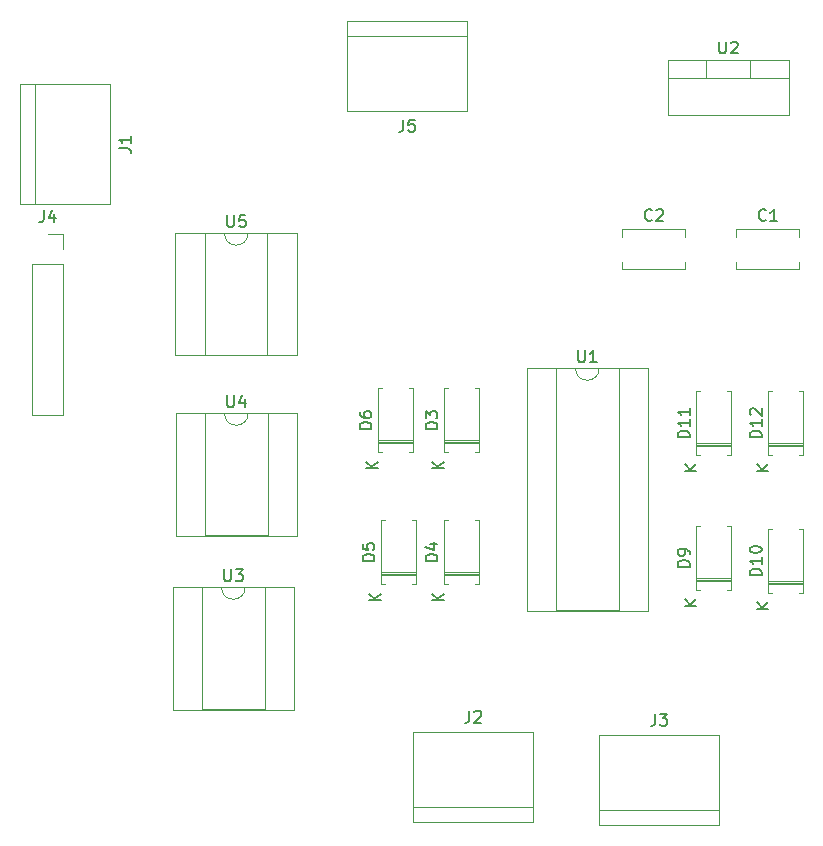
<source format=gbr>
%TF.GenerationSoftware,KiCad,Pcbnew,7.0.2*%
%TF.CreationDate,2023-10-11T17:53:06-05:00*%
%TF.ProjectId,motor_driver,6d6f746f-725f-4647-9269-7665722e6b69,rev?*%
%TF.SameCoordinates,Original*%
%TF.FileFunction,Legend,Top*%
%TF.FilePolarity,Positive*%
%FSLAX46Y46*%
G04 Gerber Fmt 4.6, Leading zero omitted, Abs format (unit mm)*
G04 Created by KiCad (PCBNEW 7.0.2) date 2023-10-11 17:53:06*
%MOMM*%
%LPD*%
G01*
G04 APERTURE LIST*
%ADD10C,0.150000*%
%ADD11C,0.120000*%
G04 APERTURE END LIST*
D10*
%TO.C,U5*%
X93716095Y-55542619D02*
X93716095Y-56352142D01*
X93716095Y-56352142D02*
X93763714Y-56447380D01*
X93763714Y-56447380D02*
X93811333Y-56495000D01*
X93811333Y-56495000D02*
X93906571Y-56542619D01*
X93906571Y-56542619D02*
X94097047Y-56542619D01*
X94097047Y-56542619D02*
X94192285Y-56495000D01*
X94192285Y-56495000D02*
X94239904Y-56447380D01*
X94239904Y-56447380D02*
X94287523Y-56352142D01*
X94287523Y-56352142D02*
X94287523Y-55542619D01*
X95239904Y-55542619D02*
X94763714Y-55542619D01*
X94763714Y-55542619D02*
X94716095Y-56018809D01*
X94716095Y-56018809D02*
X94763714Y-55971190D01*
X94763714Y-55971190D02*
X94858952Y-55923571D01*
X94858952Y-55923571D02*
X95097047Y-55923571D01*
X95097047Y-55923571D02*
X95192285Y-55971190D01*
X95192285Y-55971190D02*
X95239904Y-56018809D01*
X95239904Y-56018809D02*
X95287523Y-56114047D01*
X95287523Y-56114047D02*
X95287523Y-56352142D01*
X95287523Y-56352142D02*
X95239904Y-56447380D01*
X95239904Y-56447380D02*
X95192285Y-56495000D01*
X95192285Y-56495000D02*
X95097047Y-56542619D01*
X95097047Y-56542619D02*
X94858952Y-56542619D01*
X94858952Y-56542619D02*
X94763714Y-56495000D01*
X94763714Y-56495000D02*
X94716095Y-56447380D01*
%TO.C,U4*%
X93726095Y-70792619D02*
X93726095Y-71602142D01*
X93726095Y-71602142D02*
X93773714Y-71697380D01*
X93773714Y-71697380D02*
X93821333Y-71745000D01*
X93821333Y-71745000D02*
X93916571Y-71792619D01*
X93916571Y-71792619D02*
X94107047Y-71792619D01*
X94107047Y-71792619D02*
X94202285Y-71745000D01*
X94202285Y-71745000D02*
X94249904Y-71697380D01*
X94249904Y-71697380D02*
X94297523Y-71602142D01*
X94297523Y-71602142D02*
X94297523Y-70792619D01*
X95202285Y-71125952D02*
X95202285Y-71792619D01*
X94964190Y-70745000D02*
X94726095Y-71459285D01*
X94726095Y-71459285D02*
X95345142Y-71459285D01*
%TO.C,U3*%
X93472095Y-85524619D02*
X93472095Y-86334142D01*
X93472095Y-86334142D02*
X93519714Y-86429380D01*
X93519714Y-86429380D02*
X93567333Y-86477000D01*
X93567333Y-86477000D02*
X93662571Y-86524619D01*
X93662571Y-86524619D02*
X93853047Y-86524619D01*
X93853047Y-86524619D02*
X93948285Y-86477000D01*
X93948285Y-86477000D02*
X93995904Y-86429380D01*
X93995904Y-86429380D02*
X94043523Y-86334142D01*
X94043523Y-86334142D02*
X94043523Y-85524619D01*
X94424476Y-85524619D02*
X95043523Y-85524619D01*
X95043523Y-85524619D02*
X94710190Y-85905571D01*
X94710190Y-85905571D02*
X94853047Y-85905571D01*
X94853047Y-85905571D02*
X94948285Y-85953190D01*
X94948285Y-85953190D02*
X94995904Y-86000809D01*
X94995904Y-86000809D02*
X95043523Y-86096047D01*
X95043523Y-86096047D02*
X95043523Y-86334142D01*
X95043523Y-86334142D02*
X94995904Y-86429380D01*
X94995904Y-86429380D02*
X94948285Y-86477000D01*
X94948285Y-86477000D02*
X94853047Y-86524619D01*
X94853047Y-86524619D02*
X94567333Y-86524619D01*
X94567333Y-86524619D02*
X94472095Y-86477000D01*
X94472095Y-86477000D02*
X94424476Y-86429380D01*
%TO.C,U2*%
X135382095Y-40841619D02*
X135382095Y-41651142D01*
X135382095Y-41651142D02*
X135429714Y-41746380D01*
X135429714Y-41746380D02*
X135477333Y-41794000D01*
X135477333Y-41794000D02*
X135572571Y-41841619D01*
X135572571Y-41841619D02*
X135763047Y-41841619D01*
X135763047Y-41841619D02*
X135858285Y-41794000D01*
X135858285Y-41794000D02*
X135905904Y-41746380D01*
X135905904Y-41746380D02*
X135953523Y-41651142D01*
X135953523Y-41651142D02*
X135953523Y-40841619D01*
X136382095Y-40936857D02*
X136429714Y-40889238D01*
X136429714Y-40889238D02*
X136524952Y-40841619D01*
X136524952Y-40841619D02*
X136763047Y-40841619D01*
X136763047Y-40841619D02*
X136858285Y-40889238D01*
X136858285Y-40889238D02*
X136905904Y-40936857D01*
X136905904Y-40936857D02*
X136953523Y-41032095D01*
X136953523Y-41032095D02*
X136953523Y-41127333D01*
X136953523Y-41127333D02*
X136905904Y-41270190D01*
X136905904Y-41270190D02*
X136334476Y-41841619D01*
X136334476Y-41841619D02*
X136953523Y-41841619D01*
%TO.C,U1*%
X123444095Y-66982619D02*
X123444095Y-67792142D01*
X123444095Y-67792142D02*
X123491714Y-67887380D01*
X123491714Y-67887380D02*
X123539333Y-67935000D01*
X123539333Y-67935000D02*
X123634571Y-67982619D01*
X123634571Y-67982619D02*
X123825047Y-67982619D01*
X123825047Y-67982619D02*
X123920285Y-67935000D01*
X123920285Y-67935000D02*
X123967904Y-67887380D01*
X123967904Y-67887380D02*
X124015523Y-67792142D01*
X124015523Y-67792142D02*
X124015523Y-66982619D01*
X125015523Y-67982619D02*
X124444095Y-67982619D01*
X124729809Y-67982619D02*
X124729809Y-66982619D01*
X124729809Y-66982619D02*
X124634571Y-67125476D01*
X124634571Y-67125476D02*
X124539333Y-67220714D01*
X124539333Y-67220714D02*
X124444095Y-67268333D01*
%TO.C,J5*%
X108632666Y-47468619D02*
X108632666Y-48182904D01*
X108632666Y-48182904D02*
X108585047Y-48325761D01*
X108585047Y-48325761D02*
X108489809Y-48421000D01*
X108489809Y-48421000D02*
X108346952Y-48468619D01*
X108346952Y-48468619D02*
X108251714Y-48468619D01*
X109585047Y-47468619D02*
X109108857Y-47468619D01*
X109108857Y-47468619D02*
X109061238Y-47944809D01*
X109061238Y-47944809D02*
X109108857Y-47897190D01*
X109108857Y-47897190D02*
X109204095Y-47849571D01*
X109204095Y-47849571D02*
X109442190Y-47849571D01*
X109442190Y-47849571D02*
X109537428Y-47897190D01*
X109537428Y-47897190D02*
X109585047Y-47944809D01*
X109585047Y-47944809D02*
X109632666Y-48040047D01*
X109632666Y-48040047D02*
X109632666Y-48278142D01*
X109632666Y-48278142D02*
X109585047Y-48373380D01*
X109585047Y-48373380D02*
X109537428Y-48421000D01*
X109537428Y-48421000D02*
X109442190Y-48468619D01*
X109442190Y-48468619D02*
X109204095Y-48468619D01*
X109204095Y-48468619D02*
X109108857Y-48421000D01*
X109108857Y-48421000D02*
X109061238Y-48373380D01*
%TO.C,J4*%
X78177666Y-55137619D02*
X78177666Y-55851904D01*
X78177666Y-55851904D02*
X78130047Y-55994761D01*
X78130047Y-55994761D02*
X78034809Y-56090000D01*
X78034809Y-56090000D02*
X77891952Y-56137619D01*
X77891952Y-56137619D02*
X77796714Y-56137619D01*
X79082428Y-55470952D02*
X79082428Y-56137619D01*
X78844333Y-55090000D02*
X78606238Y-55804285D01*
X78606238Y-55804285D02*
X79225285Y-55804285D01*
%TO.C,J3*%
X129968666Y-97760619D02*
X129968666Y-98474904D01*
X129968666Y-98474904D02*
X129921047Y-98617761D01*
X129921047Y-98617761D02*
X129825809Y-98713000D01*
X129825809Y-98713000D02*
X129682952Y-98760619D01*
X129682952Y-98760619D02*
X129587714Y-98760619D01*
X130349619Y-97760619D02*
X130968666Y-97760619D01*
X130968666Y-97760619D02*
X130635333Y-98141571D01*
X130635333Y-98141571D02*
X130778190Y-98141571D01*
X130778190Y-98141571D02*
X130873428Y-98189190D01*
X130873428Y-98189190D02*
X130921047Y-98236809D01*
X130921047Y-98236809D02*
X130968666Y-98332047D01*
X130968666Y-98332047D02*
X130968666Y-98570142D01*
X130968666Y-98570142D02*
X130921047Y-98665380D01*
X130921047Y-98665380D02*
X130873428Y-98713000D01*
X130873428Y-98713000D02*
X130778190Y-98760619D01*
X130778190Y-98760619D02*
X130492476Y-98760619D01*
X130492476Y-98760619D02*
X130397238Y-98713000D01*
X130397238Y-98713000D02*
X130349619Y-98665380D01*
%TO.C,J2*%
X114220666Y-97506619D02*
X114220666Y-98220904D01*
X114220666Y-98220904D02*
X114173047Y-98363761D01*
X114173047Y-98363761D02*
X114077809Y-98459000D01*
X114077809Y-98459000D02*
X113934952Y-98506619D01*
X113934952Y-98506619D02*
X113839714Y-98506619D01*
X114649238Y-97601857D02*
X114696857Y-97554238D01*
X114696857Y-97554238D02*
X114792095Y-97506619D01*
X114792095Y-97506619D02*
X115030190Y-97506619D01*
X115030190Y-97506619D02*
X115125428Y-97554238D01*
X115125428Y-97554238D02*
X115173047Y-97601857D01*
X115173047Y-97601857D02*
X115220666Y-97697095D01*
X115220666Y-97697095D02*
X115220666Y-97792333D01*
X115220666Y-97792333D02*
X115173047Y-97935190D01*
X115173047Y-97935190D02*
X114601619Y-98506619D01*
X114601619Y-98506619D02*
X115220666Y-98506619D01*
%TO.C,J1*%
X84552619Y-49863333D02*
X85266904Y-49863333D01*
X85266904Y-49863333D02*
X85409761Y-49910952D01*
X85409761Y-49910952D02*
X85505000Y-50006190D01*
X85505000Y-50006190D02*
X85552619Y-50149047D01*
X85552619Y-50149047D02*
X85552619Y-50244285D01*
X85552619Y-48863333D02*
X85552619Y-49434761D01*
X85552619Y-49149047D02*
X84552619Y-49149047D01*
X84552619Y-49149047D02*
X84695476Y-49244285D01*
X84695476Y-49244285D02*
X84790714Y-49339523D01*
X84790714Y-49339523D02*
X84838333Y-49434761D01*
%TO.C,D12*%
X138962619Y-74366285D02*
X137962619Y-74366285D01*
X137962619Y-74366285D02*
X137962619Y-74128190D01*
X137962619Y-74128190D02*
X138010238Y-73985333D01*
X138010238Y-73985333D02*
X138105476Y-73890095D01*
X138105476Y-73890095D02*
X138200714Y-73842476D01*
X138200714Y-73842476D02*
X138391190Y-73794857D01*
X138391190Y-73794857D02*
X138534047Y-73794857D01*
X138534047Y-73794857D02*
X138724523Y-73842476D01*
X138724523Y-73842476D02*
X138819761Y-73890095D01*
X138819761Y-73890095D02*
X138915000Y-73985333D01*
X138915000Y-73985333D02*
X138962619Y-74128190D01*
X138962619Y-74128190D02*
X138962619Y-74366285D01*
X138962619Y-72842476D02*
X138962619Y-73413904D01*
X138962619Y-73128190D02*
X137962619Y-73128190D01*
X137962619Y-73128190D02*
X138105476Y-73223428D01*
X138105476Y-73223428D02*
X138200714Y-73318666D01*
X138200714Y-73318666D02*
X138248333Y-73413904D01*
X138057857Y-72461523D02*
X138010238Y-72413904D01*
X138010238Y-72413904D02*
X137962619Y-72318666D01*
X137962619Y-72318666D02*
X137962619Y-72080571D01*
X137962619Y-72080571D02*
X138010238Y-71985333D01*
X138010238Y-71985333D02*
X138057857Y-71937714D01*
X138057857Y-71937714D02*
X138153095Y-71890095D01*
X138153095Y-71890095D02*
X138248333Y-71890095D01*
X138248333Y-71890095D02*
X138391190Y-71937714D01*
X138391190Y-71937714D02*
X138962619Y-72509142D01*
X138962619Y-72509142D02*
X138962619Y-71890095D01*
X139532619Y-77223904D02*
X138532619Y-77223904D01*
X139532619Y-76652476D02*
X138961190Y-77081047D01*
X138532619Y-76652476D02*
X139104047Y-77223904D01*
%TO.C,D11*%
X132866619Y-74366285D02*
X131866619Y-74366285D01*
X131866619Y-74366285D02*
X131866619Y-74128190D01*
X131866619Y-74128190D02*
X131914238Y-73985333D01*
X131914238Y-73985333D02*
X132009476Y-73890095D01*
X132009476Y-73890095D02*
X132104714Y-73842476D01*
X132104714Y-73842476D02*
X132295190Y-73794857D01*
X132295190Y-73794857D02*
X132438047Y-73794857D01*
X132438047Y-73794857D02*
X132628523Y-73842476D01*
X132628523Y-73842476D02*
X132723761Y-73890095D01*
X132723761Y-73890095D02*
X132819000Y-73985333D01*
X132819000Y-73985333D02*
X132866619Y-74128190D01*
X132866619Y-74128190D02*
X132866619Y-74366285D01*
X132866619Y-72842476D02*
X132866619Y-73413904D01*
X132866619Y-73128190D02*
X131866619Y-73128190D01*
X131866619Y-73128190D02*
X132009476Y-73223428D01*
X132009476Y-73223428D02*
X132104714Y-73318666D01*
X132104714Y-73318666D02*
X132152333Y-73413904D01*
X132866619Y-71890095D02*
X132866619Y-72461523D01*
X132866619Y-72175809D02*
X131866619Y-72175809D01*
X131866619Y-72175809D02*
X132009476Y-72271047D01*
X132009476Y-72271047D02*
X132104714Y-72366285D01*
X132104714Y-72366285D02*
X132152333Y-72461523D01*
X133436619Y-77223904D02*
X132436619Y-77223904D01*
X133436619Y-76652476D02*
X132865190Y-77081047D01*
X132436619Y-76652476D02*
X133008047Y-77223904D01*
%TO.C,D10*%
X138962619Y-86050285D02*
X137962619Y-86050285D01*
X137962619Y-86050285D02*
X137962619Y-85812190D01*
X137962619Y-85812190D02*
X138010238Y-85669333D01*
X138010238Y-85669333D02*
X138105476Y-85574095D01*
X138105476Y-85574095D02*
X138200714Y-85526476D01*
X138200714Y-85526476D02*
X138391190Y-85478857D01*
X138391190Y-85478857D02*
X138534047Y-85478857D01*
X138534047Y-85478857D02*
X138724523Y-85526476D01*
X138724523Y-85526476D02*
X138819761Y-85574095D01*
X138819761Y-85574095D02*
X138915000Y-85669333D01*
X138915000Y-85669333D02*
X138962619Y-85812190D01*
X138962619Y-85812190D02*
X138962619Y-86050285D01*
X138962619Y-84526476D02*
X138962619Y-85097904D01*
X138962619Y-84812190D02*
X137962619Y-84812190D01*
X137962619Y-84812190D02*
X138105476Y-84907428D01*
X138105476Y-84907428D02*
X138200714Y-85002666D01*
X138200714Y-85002666D02*
X138248333Y-85097904D01*
X137962619Y-83907428D02*
X137962619Y-83812190D01*
X137962619Y-83812190D02*
X138010238Y-83716952D01*
X138010238Y-83716952D02*
X138057857Y-83669333D01*
X138057857Y-83669333D02*
X138153095Y-83621714D01*
X138153095Y-83621714D02*
X138343571Y-83574095D01*
X138343571Y-83574095D02*
X138581666Y-83574095D01*
X138581666Y-83574095D02*
X138772142Y-83621714D01*
X138772142Y-83621714D02*
X138867380Y-83669333D01*
X138867380Y-83669333D02*
X138915000Y-83716952D01*
X138915000Y-83716952D02*
X138962619Y-83812190D01*
X138962619Y-83812190D02*
X138962619Y-83907428D01*
X138962619Y-83907428D02*
X138915000Y-84002666D01*
X138915000Y-84002666D02*
X138867380Y-84050285D01*
X138867380Y-84050285D02*
X138772142Y-84097904D01*
X138772142Y-84097904D02*
X138581666Y-84145523D01*
X138581666Y-84145523D02*
X138343571Y-84145523D01*
X138343571Y-84145523D02*
X138153095Y-84097904D01*
X138153095Y-84097904D02*
X138057857Y-84050285D01*
X138057857Y-84050285D02*
X138010238Y-84002666D01*
X138010238Y-84002666D02*
X137962619Y-83907428D01*
X139532619Y-88907904D02*
X138532619Y-88907904D01*
X139532619Y-88336476D02*
X138961190Y-88765047D01*
X138532619Y-88336476D02*
X139104047Y-88907904D01*
%TO.C,D9*%
X132866619Y-85320094D02*
X131866619Y-85320094D01*
X131866619Y-85320094D02*
X131866619Y-85081999D01*
X131866619Y-85081999D02*
X131914238Y-84939142D01*
X131914238Y-84939142D02*
X132009476Y-84843904D01*
X132009476Y-84843904D02*
X132104714Y-84796285D01*
X132104714Y-84796285D02*
X132295190Y-84748666D01*
X132295190Y-84748666D02*
X132438047Y-84748666D01*
X132438047Y-84748666D02*
X132628523Y-84796285D01*
X132628523Y-84796285D02*
X132723761Y-84843904D01*
X132723761Y-84843904D02*
X132819000Y-84939142D01*
X132819000Y-84939142D02*
X132866619Y-85081999D01*
X132866619Y-85081999D02*
X132866619Y-85320094D01*
X132866619Y-84272475D02*
X132866619Y-84081999D01*
X132866619Y-84081999D02*
X132819000Y-83986761D01*
X132819000Y-83986761D02*
X132771380Y-83939142D01*
X132771380Y-83939142D02*
X132628523Y-83843904D01*
X132628523Y-83843904D02*
X132438047Y-83796285D01*
X132438047Y-83796285D02*
X132057095Y-83796285D01*
X132057095Y-83796285D02*
X131961857Y-83843904D01*
X131961857Y-83843904D02*
X131914238Y-83891523D01*
X131914238Y-83891523D02*
X131866619Y-83986761D01*
X131866619Y-83986761D02*
X131866619Y-84177237D01*
X131866619Y-84177237D02*
X131914238Y-84272475D01*
X131914238Y-84272475D02*
X131961857Y-84320094D01*
X131961857Y-84320094D02*
X132057095Y-84367713D01*
X132057095Y-84367713D02*
X132295190Y-84367713D01*
X132295190Y-84367713D02*
X132390428Y-84320094D01*
X132390428Y-84320094D02*
X132438047Y-84272475D01*
X132438047Y-84272475D02*
X132485666Y-84177237D01*
X132485666Y-84177237D02*
X132485666Y-83986761D01*
X132485666Y-83986761D02*
X132438047Y-83891523D01*
X132438047Y-83891523D02*
X132390428Y-83843904D01*
X132390428Y-83843904D02*
X132295190Y-83796285D01*
X133436619Y-88653904D02*
X132436619Y-88653904D01*
X133436619Y-88082476D02*
X132865190Y-88511047D01*
X132436619Y-88082476D02*
X133008047Y-88653904D01*
%TO.C,D6*%
X105932619Y-73646094D02*
X104932619Y-73646094D01*
X104932619Y-73646094D02*
X104932619Y-73407999D01*
X104932619Y-73407999D02*
X104980238Y-73265142D01*
X104980238Y-73265142D02*
X105075476Y-73169904D01*
X105075476Y-73169904D02*
X105170714Y-73122285D01*
X105170714Y-73122285D02*
X105361190Y-73074666D01*
X105361190Y-73074666D02*
X105504047Y-73074666D01*
X105504047Y-73074666D02*
X105694523Y-73122285D01*
X105694523Y-73122285D02*
X105789761Y-73169904D01*
X105789761Y-73169904D02*
X105885000Y-73265142D01*
X105885000Y-73265142D02*
X105932619Y-73407999D01*
X105932619Y-73407999D02*
X105932619Y-73646094D01*
X104932619Y-72217523D02*
X104932619Y-72407999D01*
X104932619Y-72407999D02*
X104980238Y-72503237D01*
X104980238Y-72503237D02*
X105027857Y-72550856D01*
X105027857Y-72550856D02*
X105170714Y-72646094D01*
X105170714Y-72646094D02*
X105361190Y-72693713D01*
X105361190Y-72693713D02*
X105742142Y-72693713D01*
X105742142Y-72693713D02*
X105837380Y-72646094D01*
X105837380Y-72646094D02*
X105885000Y-72598475D01*
X105885000Y-72598475D02*
X105932619Y-72503237D01*
X105932619Y-72503237D02*
X105932619Y-72312761D01*
X105932619Y-72312761D02*
X105885000Y-72217523D01*
X105885000Y-72217523D02*
X105837380Y-72169904D01*
X105837380Y-72169904D02*
X105742142Y-72122285D01*
X105742142Y-72122285D02*
X105504047Y-72122285D01*
X105504047Y-72122285D02*
X105408809Y-72169904D01*
X105408809Y-72169904D02*
X105361190Y-72217523D01*
X105361190Y-72217523D02*
X105313571Y-72312761D01*
X105313571Y-72312761D02*
X105313571Y-72503237D01*
X105313571Y-72503237D02*
X105361190Y-72598475D01*
X105361190Y-72598475D02*
X105408809Y-72646094D01*
X105408809Y-72646094D02*
X105504047Y-72693713D01*
X106502619Y-76979904D02*
X105502619Y-76979904D01*
X106502619Y-76408476D02*
X105931190Y-76837047D01*
X105502619Y-76408476D02*
X106074047Y-76979904D01*
%TO.C,D5*%
X106186619Y-84822094D02*
X105186619Y-84822094D01*
X105186619Y-84822094D02*
X105186619Y-84583999D01*
X105186619Y-84583999D02*
X105234238Y-84441142D01*
X105234238Y-84441142D02*
X105329476Y-84345904D01*
X105329476Y-84345904D02*
X105424714Y-84298285D01*
X105424714Y-84298285D02*
X105615190Y-84250666D01*
X105615190Y-84250666D02*
X105758047Y-84250666D01*
X105758047Y-84250666D02*
X105948523Y-84298285D01*
X105948523Y-84298285D02*
X106043761Y-84345904D01*
X106043761Y-84345904D02*
X106139000Y-84441142D01*
X106139000Y-84441142D02*
X106186619Y-84583999D01*
X106186619Y-84583999D02*
X106186619Y-84822094D01*
X105186619Y-83345904D02*
X105186619Y-83822094D01*
X105186619Y-83822094D02*
X105662809Y-83869713D01*
X105662809Y-83869713D02*
X105615190Y-83822094D01*
X105615190Y-83822094D02*
X105567571Y-83726856D01*
X105567571Y-83726856D02*
X105567571Y-83488761D01*
X105567571Y-83488761D02*
X105615190Y-83393523D01*
X105615190Y-83393523D02*
X105662809Y-83345904D01*
X105662809Y-83345904D02*
X105758047Y-83298285D01*
X105758047Y-83298285D02*
X105996142Y-83298285D01*
X105996142Y-83298285D02*
X106091380Y-83345904D01*
X106091380Y-83345904D02*
X106139000Y-83393523D01*
X106139000Y-83393523D02*
X106186619Y-83488761D01*
X106186619Y-83488761D02*
X106186619Y-83726856D01*
X106186619Y-83726856D02*
X106139000Y-83822094D01*
X106139000Y-83822094D02*
X106091380Y-83869713D01*
X106756619Y-88155904D02*
X105756619Y-88155904D01*
X106756619Y-87584476D02*
X106185190Y-88013047D01*
X105756619Y-87584476D02*
X106328047Y-88155904D01*
%TO.C,D4*%
X111520619Y-84822094D02*
X110520619Y-84822094D01*
X110520619Y-84822094D02*
X110520619Y-84583999D01*
X110520619Y-84583999D02*
X110568238Y-84441142D01*
X110568238Y-84441142D02*
X110663476Y-84345904D01*
X110663476Y-84345904D02*
X110758714Y-84298285D01*
X110758714Y-84298285D02*
X110949190Y-84250666D01*
X110949190Y-84250666D02*
X111092047Y-84250666D01*
X111092047Y-84250666D02*
X111282523Y-84298285D01*
X111282523Y-84298285D02*
X111377761Y-84345904D01*
X111377761Y-84345904D02*
X111473000Y-84441142D01*
X111473000Y-84441142D02*
X111520619Y-84583999D01*
X111520619Y-84583999D02*
X111520619Y-84822094D01*
X110853952Y-83393523D02*
X111520619Y-83393523D01*
X110473000Y-83631618D02*
X111187285Y-83869713D01*
X111187285Y-83869713D02*
X111187285Y-83250666D01*
X112090619Y-88155904D02*
X111090619Y-88155904D01*
X112090619Y-87584476D02*
X111519190Y-88013047D01*
X111090619Y-87584476D02*
X111662047Y-88155904D01*
%TO.C,D3*%
X111520619Y-73646094D02*
X110520619Y-73646094D01*
X110520619Y-73646094D02*
X110520619Y-73407999D01*
X110520619Y-73407999D02*
X110568238Y-73265142D01*
X110568238Y-73265142D02*
X110663476Y-73169904D01*
X110663476Y-73169904D02*
X110758714Y-73122285D01*
X110758714Y-73122285D02*
X110949190Y-73074666D01*
X110949190Y-73074666D02*
X111092047Y-73074666D01*
X111092047Y-73074666D02*
X111282523Y-73122285D01*
X111282523Y-73122285D02*
X111377761Y-73169904D01*
X111377761Y-73169904D02*
X111473000Y-73265142D01*
X111473000Y-73265142D02*
X111520619Y-73407999D01*
X111520619Y-73407999D02*
X111520619Y-73646094D01*
X110520619Y-72741332D02*
X110520619Y-72122285D01*
X110520619Y-72122285D02*
X110901571Y-72455618D01*
X110901571Y-72455618D02*
X110901571Y-72312761D01*
X110901571Y-72312761D02*
X110949190Y-72217523D01*
X110949190Y-72217523D02*
X110996809Y-72169904D01*
X110996809Y-72169904D02*
X111092047Y-72122285D01*
X111092047Y-72122285D02*
X111330142Y-72122285D01*
X111330142Y-72122285D02*
X111425380Y-72169904D01*
X111425380Y-72169904D02*
X111473000Y-72217523D01*
X111473000Y-72217523D02*
X111520619Y-72312761D01*
X111520619Y-72312761D02*
X111520619Y-72598475D01*
X111520619Y-72598475D02*
X111473000Y-72693713D01*
X111473000Y-72693713D02*
X111425380Y-72741332D01*
X112090619Y-76979904D02*
X111090619Y-76979904D01*
X112090619Y-76408476D02*
X111519190Y-76837047D01*
X111090619Y-76408476D02*
X111662047Y-76979904D01*
%TO.C,C2*%
X129667333Y-55937380D02*
X129619714Y-55985000D01*
X129619714Y-55985000D02*
X129476857Y-56032619D01*
X129476857Y-56032619D02*
X129381619Y-56032619D01*
X129381619Y-56032619D02*
X129238762Y-55985000D01*
X129238762Y-55985000D02*
X129143524Y-55889761D01*
X129143524Y-55889761D02*
X129095905Y-55794523D01*
X129095905Y-55794523D02*
X129048286Y-55604047D01*
X129048286Y-55604047D02*
X129048286Y-55461190D01*
X129048286Y-55461190D02*
X129095905Y-55270714D01*
X129095905Y-55270714D02*
X129143524Y-55175476D01*
X129143524Y-55175476D02*
X129238762Y-55080238D01*
X129238762Y-55080238D02*
X129381619Y-55032619D01*
X129381619Y-55032619D02*
X129476857Y-55032619D01*
X129476857Y-55032619D02*
X129619714Y-55080238D01*
X129619714Y-55080238D02*
X129667333Y-55127857D01*
X130048286Y-55127857D02*
X130095905Y-55080238D01*
X130095905Y-55080238D02*
X130191143Y-55032619D01*
X130191143Y-55032619D02*
X130429238Y-55032619D01*
X130429238Y-55032619D02*
X130524476Y-55080238D01*
X130524476Y-55080238D02*
X130572095Y-55127857D01*
X130572095Y-55127857D02*
X130619714Y-55223095D01*
X130619714Y-55223095D02*
X130619714Y-55318333D01*
X130619714Y-55318333D02*
X130572095Y-55461190D01*
X130572095Y-55461190D02*
X130000667Y-56032619D01*
X130000667Y-56032619D02*
X130619714Y-56032619D01*
%TO.C,C1*%
X139319333Y-55937380D02*
X139271714Y-55985000D01*
X139271714Y-55985000D02*
X139128857Y-56032619D01*
X139128857Y-56032619D02*
X139033619Y-56032619D01*
X139033619Y-56032619D02*
X138890762Y-55985000D01*
X138890762Y-55985000D02*
X138795524Y-55889761D01*
X138795524Y-55889761D02*
X138747905Y-55794523D01*
X138747905Y-55794523D02*
X138700286Y-55604047D01*
X138700286Y-55604047D02*
X138700286Y-55461190D01*
X138700286Y-55461190D02*
X138747905Y-55270714D01*
X138747905Y-55270714D02*
X138795524Y-55175476D01*
X138795524Y-55175476D02*
X138890762Y-55080238D01*
X138890762Y-55080238D02*
X139033619Y-55032619D01*
X139033619Y-55032619D02*
X139128857Y-55032619D01*
X139128857Y-55032619D02*
X139271714Y-55080238D01*
X139271714Y-55080238D02*
X139319333Y-55127857D01*
X140271714Y-56032619D02*
X139700286Y-56032619D01*
X139986000Y-56032619D02*
X139986000Y-55032619D01*
X139986000Y-55032619D02*
X139890762Y-55175476D01*
X139890762Y-55175476D02*
X139795524Y-55270714D01*
X139795524Y-55270714D02*
X139700286Y-55318333D01*
D11*
%TO.C,U5*%
X99618000Y-57020000D02*
X89338000Y-57020000D01*
X97128000Y-67360000D02*
X97128000Y-57080000D01*
X97128000Y-57080000D02*
X95478000Y-57080000D01*
X93478000Y-57080000D02*
X91828000Y-57080000D01*
X89338000Y-57020000D02*
X89338000Y-67420000D01*
X91828000Y-57080000D02*
X91828000Y-67360000D01*
X89338000Y-67420000D02*
X99618000Y-67420000D01*
X91828000Y-67360000D02*
X97128000Y-67360000D01*
X99618000Y-67420000D02*
X99618000Y-57020000D01*
X93478000Y-57080000D02*
G75*
G03*
X95478000Y-57080000I1000000J0D01*
G01*
%TO.C,U4*%
X99628000Y-72270000D02*
X89348000Y-72270000D01*
X97138000Y-82610000D02*
X97138000Y-72330000D01*
X97138000Y-72330000D02*
X95488000Y-72330000D01*
X93488000Y-72330000D02*
X91838000Y-72330000D01*
X89348000Y-72270000D02*
X89348000Y-82670000D01*
X91838000Y-72330000D02*
X91838000Y-82610000D01*
X89348000Y-82670000D02*
X99628000Y-82670000D01*
X91838000Y-82610000D02*
X97138000Y-82610000D01*
X99628000Y-82670000D02*
X99628000Y-72270000D01*
X93488000Y-72330000D02*
G75*
G03*
X95488000Y-72330000I1000000J0D01*
G01*
%TO.C,U3*%
X99374000Y-87002000D02*
X89094000Y-87002000D01*
X96884000Y-97342000D02*
X96884000Y-87062000D01*
X96884000Y-87062000D02*
X95234000Y-87062000D01*
X93234000Y-87062000D02*
X91584000Y-87062000D01*
X89094000Y-87002000D02*
X89094000Y-97402000D01*
X91584000Y-87062000D02*
X91584000Y-97342000D01*
X89094000Y-97402000D02*
X99374000Y-97402000D01*
X91584000Y-97342000D02*
X96884000Y-97342000D01*
X99374000Y-97402000D02*
X99374000Y-87002000D01*
X93234000Y-87062000D02*
G75*
G03*
X95234000Y-87062000I1000000J0D01*
G01*
%TO.C,U2*%
X131024000Y-42379000D02*
X141264000Y-42379000D01*
X134294000Y-42379000D02*
X134294000Y-43889000D01*
X137995000Y-42379000D02*
X137995000Y-43889000D01*
X131024000Y-42379000D02*
X131024000Y-47020000D01*
X131024000Y-47020000D02*
X141264000Y-47020000D01*
X141264000Y-42379000D02*
X141264000Y-47020000D01*
X131024000Y-43889000D02*
X141264000Y-43889000D01*
%TO.C,U1*%
X121556000Y-88960000D02*
X126856000Y-88960000D01*
X129346000Y-68460000D02*
X119066000Y-68460000D01*
X126856000Y-88960000D02*
X126856000Y-68520000D01*
X123206000Y-68520000D02*
X121556000Y-68520000D01*
X126856000Y-68520000D02*
X125206000Y-68520000D01*
X121556000Y-68520000D02*
X121556000Y-88960000D01*
X129346000Y-89020000D02*
X129346000Y-68460000D01*
X119066000Y-68460000D02*
X119066000Y-89020000D01*
X119066000Y-89020000D02*
X129346000Y-89020000D01*
X123206000Y-68520000D02*
G75*
G03*
X125206000Y-68520000I1000000J0D01*
G01*
%TO.C,J5*%
X114046000Y-46736000D02*
X114046000Y-39116000D01*
X103886000Y-39116000D02*
X103886000Y-46736000D01*
X103886000Y-40386000D02*
X114046000Y-40386000D01*
X114046000Y-39116000D02*
X103886000Y-39116000D01*
X103886000Y-46736000D02*
X114046000Y-46736000D01*
%TO.C,J4*%
X77181000Y-72475000D02*
X79841000Y-72475000D01*
X77181000Y-59715000D02*
X77181000Y-72475000D01*
X79841000Y-57115000D02*
X79841000Y-58445000D01*
X79841000Y-59715000D02*
X79841000Y-72475000D01*
X77181000Y-59715000D02*
X79841000Y-59715000D01*
X78511000Y-57115000D02*
X79841000Y-57115000D01*
%TO.C,J3*%
X125222000Y-99568000D02*
X125222000Y-107188000D01*
X135382000Y-107188000D02*
X135382000Y-99568000D01*
X135382000Y-105918000D02*
X125222000Y-105918000D01*
X125222000Y-107188000D02*
X135382000Y-107188000D01*
X135382000Y-99568000D02*
X125222000Y-99568000D01*
%TO.C,J2*%
X109474000Y-99314000D02*
X109474000Y-106934000D01*
X119634000Y-106934000D02*
X119634000Y-99314000D01*
X119634000Y-105664000D02*
X109474000Y-105664000D01*
X109474000Y-106934000D02*
X119634000Y-106934000D01*
X119634000Y-99314000D02*
X109474000Y-99314000D01*
%TO.C,J1*%
X83820000Y-44450000D02*
X76200000Y-44450000D01*
X76200000Y-54610000D02*
X83820000Y-54610000D01*
X77470000Y-54610000D02*
X77470000Y-44450000D01*
X76200000Y-44450000D02*
X76200000Y-54610000D01*
X83820000Y-54610000D02*
X83820000Y-44450000D01*
%TO.C,D12*%
X139500000Y-74972000D02*
X142440000Y-74972000D01*
X139500000Y-75872000D02*
X139500000Y-70432000D01*
X139500000Y-75092000D02*
X142440000Y-75092000D01*
X139830000Y-75872000D02*
X139500000Y-75872000D01*
X142440000Y-75872000D02*
X142440000Y-70432000D01*
X139500000Y-74852000D02*
X142440000Y-74852000D01*
X142110000Y-75872000D02*
X142440000Y-75872000D01*
X142440000Y-70432000D02*
X142110000Y-70432000D01*
X139500000Y-70432000D02*
X139830000Y-70432000D01*
%TO.C,D11*%
X133404000Y-70432000D02*
X133734000Y-70432000D01*
X136344000Y-70432000D02*
X136014000Y-70432000D01*
X136014000Y-75872000D02*
X136344000Y-75872000D01*
X133404000Y-74852000D02*
X136344000Y-74852000D01*
X136344000Y-75872000D02*
X136344000Y-70432000D01*
X133734000Y-75872000D02*
X133404000Y-75872000D01*
X133404000Y-75092000D02*
X136344000Y-75092000D01*
X133404000Y-75872000D02*
X133404000Y-70432000D01*
X133404000Y-74972000D02*
X136344000Y-74972000D01*
%TO.C,D10*%
X139500000Y-86656000D02*
X142440000Y-86656000D01*
X139500000Y-87556000D02*
X139500000Y-82116000D01*
X139500000Y-86776000D02*
X142440000Y-86776000D01*
X139830000Y-87556000D02*
X139500000Y-87556000D01*
X142440000Y-87556000D02*
X142440000Y-82116000D01*
X139500000Y-86536000D02*
X142440000Y-86536000D01*
X142110000Y-87556000D02*
X142440000Y-87556000D01*
X142440000Y-82116000D02*
X142110000Y-82116000D01*
X139500000Y-82116000D02*
X139830000Y-82116000D01*
%TO.C,D9*%
X133404000Y-81862000D02*
X133734000Y-81862000D01*
X136344000Y-81862000D02*
X136014000Y-81862000D01*
X136014000Y-87302000D02*
X136344000Y-87302000D01*
X133404000Y-86282000D02*
X136344000Y-86282000D01*
X136344000Y-87302000D02*
X136344000Y-81862000D01*
X133734000Y-87302000D02*
X133404000Y-87302000D01*
X133404000Y-86522000D02*
X136344000Y-86522000D01*
X133404000Y-87302000D02*
X133404000Y-81862000D01*
X133404000Y-86402000D02*
X136344000Y-86402000D01*
%TO.C,D6*%
X106470000Y-74728000D02*
X109410000Y-74728000D01*
X106470000Y-75628000D02*
X106470000Y-70188000D01*
X106470000Y-74848000D02*
X109410000Y-74848000D01*
X106800000Y-75628000D02*
X106470000Y-75628000D01*
X109410000Y-75628000D02*
X109410000Y-70188000D01*
X106470000Y-74608000D02*
X109410000Y-74608000D01*
X109080000Y-75628000D02*
X109410000Y-75628000D01*
X109410000Y-70188000D02*
X109080000Y-70188000D01*
X106470000Y-70188000D02*
X106800000Y-70188000D01*
%TO.C,D5*%
X106724000Y-85904000D02*
X109664000Y-85904000D01*
X106724000Y-86804000D02*
X106724000Y-81364000D01*
X106724000Y-86024000D02*
X109664000Y-86024000D01*
X107054000Y-86804000D02*
X106724000Y-86804000D01*
X109664000Y-86804000D02*
X109664000Y-81364000D01*
X106724000Y-85784000D02*
X109664000Y-85784000D01*
X109334000Y-86804000D02*
X109664000Y-86804000D01*
X109664000Y-81364000D02*
X109334000Y-81364000D01*
X106724000Y-81364000D02*
X107054000Y-81364000D01*
%TO.C,D4*%
X112058000Y-85904000D02*
X114998000Y-85904000D01*
X112058000Y-86804000D02*
X112058000Y-81364000D01*
X112058000Y-86024000D02*
X114998000Y-86024000D01*
X112388000Y-86804000D02*
X112058000Y-86804000D01*
X114998000Y-86804000D02*
X114998000Y-81364000D01*
X112058000Y-85784000D02*
X114998000Y-85784000D01*
X114668000Y-86804000D02*
X114998000Y-86804000D01*
X114998000Y-81364000D02*
X114668000Y-81364000D01*
X112058000Y-81364000D02*
X112388000Y-81364000D01*
%TO.C,D3*%
X112058000Y-74728000D02*
X114998000Y-74728000D01*
X112058000Y-75628000D02*
X112058000Y-70188000D01*
X112058000Y-74848000D02*
X114998000Y-74848000D01*
X112388000Y-75628000D02*
X112058000Y-75628000D01*
X114998000Y-75628000D02*
X114998000Y-70188000D01*
X112058000Y-74608000D02*
X114998000Y-74608000D01*
X114668000Y-75628000D02*
X114998000Y-75628000D01*
X114998000Y-70188000D02*
X114668000Y-70188000D01*
X112058000Y-70188000D02*
X112388000Y-70188000D01*
%TO.C,C2*%
X127164000Y-56699000D02*
X127164000Y-57365000D01*
X132504000Y-56699000D02*
X132504000Y-57365000D01*
X132504000Y-59475000D02*
X132504000Y-60141000D01*
X127164000Y-56699000D02*
X132504000Y-56699000D01*
X127164000Y-59475000D02*
X127164000Y-60141000D01*
X127164000Y-60141000D02*
X132504000Y-60141000D01*
%TO.C,C1*%
X136816000Y-56699000D02*
X136816000Y-57365000D01*
X142156000Y-56699000D02*
X142156000Y-57365000D01*
X142156000Y-59475000D02*
X142156000Y-60141000D01*
X136816000Y-56699000D02*
X142156000Y-56699000D01*
X136816000Y-59475000D02*
X136816000Y-60141000D01*
X136816000Y-60141000D02*
X142156000Y-60141000D01*
%TD*%
M02*

</source>
